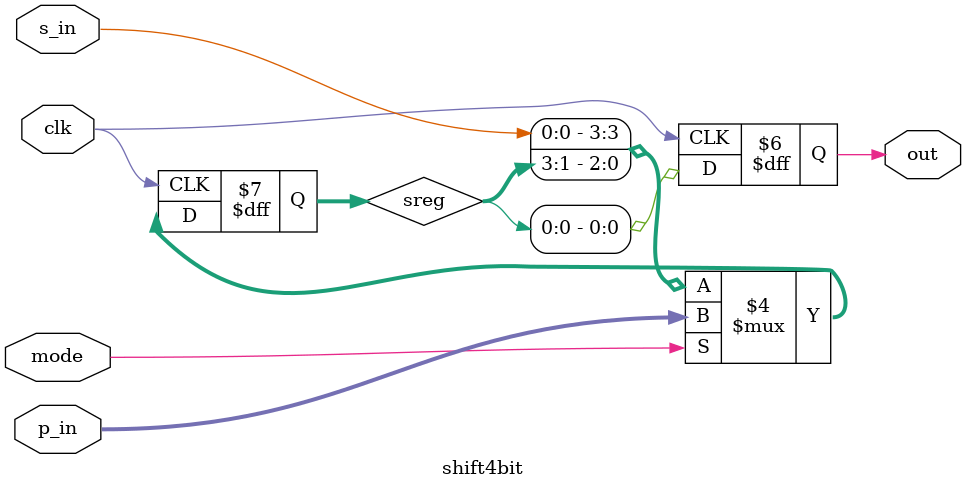
<source format=v>
`timescale 1ns / 1ps
module shift4bit(
    input clk,
    input s_in,
    input mode,
    input [3:0] p_in,
    output out
    );
	 
	 reg [3:0] sreg;
	 
	 always @ (posedge clk)
	 begin
		if (mode == 1'b0)
		begin
			sreg <= {s_in, sreg[3:1]};
		end
		else
		begin
			sreg <= p_in;
		end
		out <= sreg[0];
	 
	 end


endmodule

</source>
